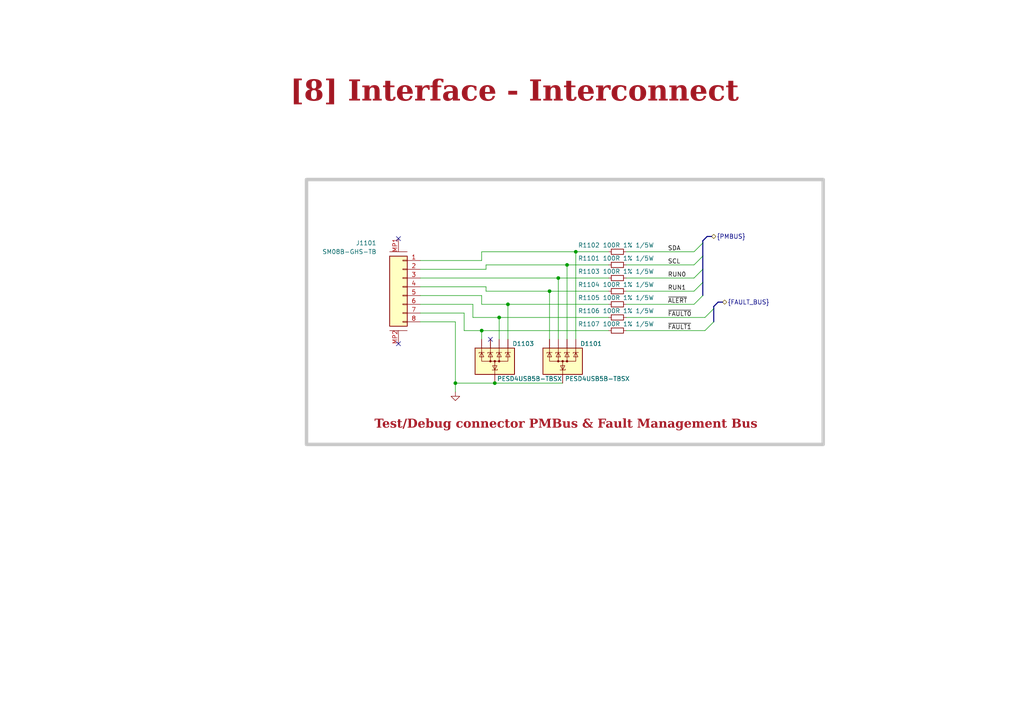
<source format=kicad_sch>
(kicad_sch (version 20230121) (generator eeschema)
  (paper "A4")
  (lib_symbols
    (symbol "0_connectors:Conn_01x08_Mounting" (pin_names (offset 1.016) hide)
      (property "Reference" "J" (at 2.54 11.43 0))
      (property "Value" "Conn_01x08_Mounting" (at 16.51 -8.89 0))
      (symbol "Conn_01x08_Mounting_0_1"
        (polyline (pts (xy -1.27 -12.7) (xy 3.81 -12.7)))
        (polyline (pts (xy -1.27 10.16) (xy 3.81 10.16)))
      )
      (symbol "Conn_01x08_Mounting_1_1"
        (rectangle (start -1.27 -10.033) (end 0 -10.287) (stroke (width 0.1524)))
        (rectangle (start -1.27 -7.493) (end 0 -7.747) (stroke (width 0.1524)))
        (rectangle (start -1.27 -4.953) (end 0 -5.207) (stroke (width 0.1524)))
        (rectangle (start -1.27 -2.413) (end 0 -2.667) (stroke (width 0.1524)))
        (rectangle (start -1.27 0.127) (end 0 -0.127) (stroke (width 0.1524)))
        (rectangle (start -1.27 2.667) (end 0 2.413) (stroke (width 0.1524)))
        (rectangle (start -1.27 5.207) (end 0 4.953) (stroke (width 0.1524)))
        (rectangle (start -1.27 7.747) (end 0 7.493) (stroke (width 0.1524)))
        (rectangle (start -1.27 8.89) (end 3.81 -11.43) (stroke (width 0.254)) (fill (type background)))
        (pin passive line (at -5.08 7.62 0) (length 3.81) (name "Pin_1") (number "1"))
        (pin passive line (at -5.08 5.08 0) (length 3.81) (name "Pin_2") (number "2"))
        (pin passive line (at -5.08 2.54 0) (length 3.81) (name "Pin_3") (number "3"))
        (pin passive line (at -5.08 0 0) (length 3.81) (name "Pin_4") (number "4"))
        (pin passive line (at -5.08 -2.54 0) (length 3.81) (name "Pin_5") (number "5"))
        (pin passive line (at -5.08 -5.08 0) (length 3.81) (name "Pin_6") (number "6"))
        (pin passive line (at -5.08 -7.62 0) (length 3.81) (name "Pin_7") (number "7"))
        (pin passive line (at -5.08 -10.16 0) (length 3.81) (name "Pin_8") (number "8"))
        (pin passive line (at 1.27 13.97 270) (length 3.81) (name "MP1") (number "MP1"))
        (pin passive line (at 1.27 -16.51 90) (length 3.81) (name "MP2") (number "MP2"))
      )
    )
    (symbol "0_power_protection:PESD4USB5B-TBSX" (pin_numbers hide) (pin_names hide)
      (property "Reference" "D" (at 6.35 1.27 0))
      (property "Value" "PESD4USB5B-TBSX" (at 6.35 -1.27 0))
      (symbol "PESD4USB5B-TBSX_0_1"
        (rectangle (start -5.715 2.54) (end 5.715 -5.08) (stroke (width 0.254)) (fill (type background)))
        (circle (center -1.27 -1.27) (radius 0.254) (fill (type outline)))
        (circle (center 0 -1.27) (radius 0.254) (fill (type outline)))
        (polyline (pts (xy -3.81 2.54) (xy -3.81 1.27)))
        (polyline (pts (xy -1.27 -1.27) (xy -1.27 1.27)))
        (polyline (pts (xy -1.27 2.54) (xy -1.27 1.27)))
        (polyline (pts (xy 0 -5.08) (xy 0 -3.81)))
        (polyline (pts (xy 0 -1.27) (xy 0 -3.81)))
        (polyline (pts (xy 1.27 2.54) (xy 1.27 1.27)))
        (polyline (pts (xy 3.81 2.54) (xy 3.81 1.27)))
        (polyline (pts (xy -4.572 1.016) (xy -4.572 1.27) (xy -3.048 1.27)))
        (polyline (pts (xy -0.508 1.27) (xy -2.032 1.27) (xy -2.032 1.016)))
        (polyline (pts (xy 3.81 1.27) (xy 3.81 -1.27) (xy 1.27 -1.27)))
        (polyline (pts (xy -3.81 1.27) (xy -3.81 -1.27) (xy 1.27 -1.27) (xy 1.27 1.27)))
        (polyline (pts (xy -3.81 1.27) (xy -3.175 0) (xy -4.445 0) (xy -3.81 1.27)))
        (polyline (pts (xy -0.635 0) (xy -1.905 0) (xy -1.27 1.27) (xy -0.635 0)))
        (polyline (pts (xy 0 -3.81) (xy 0.635 -2.54) (xy -0.635 -2.54) (xy 0 -3.81)))
        (polyline (pts (xy 0.508 1.016) (xy 0.508 1.27) (xy 1.905 1.27) (xy 2.032 1.27)))
        (polyline (pts (xy 0.762 -3.556) (xy 0.762 -3.81) (xy -0.635 -3.81) (xy -0.762 -3.81)))
        (polyline (pts (xy 1.27 1.27) (xy 0.635 0) (xy 1.905 0) (xy 1.27 1.27)))
        (polyline (pts (xy 3.048 1.016) (xy 3.048 1.27) (xy 4.445 1.27) (xy 4.572 1.27)))
        (polyline (pts (xy 3.81 1.27) (xy 3.175 0) (xy 4.445 0) (xy 3.81 1.27)))
        (circle (center 1.27 -1.27) (radius 0.254) (fill (type outline)))
      )
      (symbol "PESD4USB5B-TBSX_1_0"
        (pin passive line (at 0 -7.62 90) (length 2.54) (name "A") (number "3"))
        (pin passive line (at 0 -7.62 90) (length 2.54) hide (name "A") (number "8"))
      )
      (symbol "PESD4USB5B-TBSX_1_1"
        (pin passive line (at -3.81 5.08 270) (length 2.54) (name "K") (number "1"))
        (pin passive line (at -3.81 5.08 270) (length 2.54) hide (name "K") (number "10"))
        (pin passive line (at -1.27 5.08 270) (length 2.54) (name "K") (number "2"))
        (pin passive line (at 1.27 5.08 270) (length 2.54) (name "K") (number "4"))
        (pin passive line (at 3.81 5.08 270) (length 2.54) (name "K") (number "5"))
        (pin passive line (at 3.81 5.08 270) (length 2.54) hide (name "K") (number "6"))
        (pin passive line (at 1.27 5.08 270) (length 2.54) hide (name "K") (number "7"))
        (pin passive line (at -1.27 5.08 270) (length 2.54) hide (name "K") (number "9"))
      )
    )
    (symbol "Device:R_Small" (pin_numbers hide) (pin_names (offset 0.254) hide)
      (property "Reference" "R" (at 0.762 0.508 0))
      (property "Value" "R_Small" (at 0.762 -1.016 0))
      (symbol "R_Small_0_1"
        (rectangle (start -0.762 1.778) (end 0.762 -1.778) (stroke (width 0.2032)))
      )
      (symbol "R_Small_1_1"
        (pin passive line (at 0 2.54 270) (length 0.762) (name "~") (number "1"))
        (pin passive line (at 0 -2.54 90) (length 0.762) (name "~") (number "2"))
      )
    )
    (symbol "power:GND" (power) (pin_names (offset 0))
      (property "Value" "GND" (at 0 -3.81 0))
      (symbol "GND_0_1"
        (polyline (pts (xy 0 0) (xy 0 -1.27) (xy 1.27 -1.27) (xy 0 -2.54) (xy -1.27 -1.27) (xy 0 -1.27)))
      )
      (symbol "GND_1_1"
        (pin power_in line (at 0 0 270) (length 0) hide (name "GND") (number "1"))
      )
    )
  )
  (junction (at 164.465 76.835))
  (junction (at 159.385 84.455))
  (junction (at 139.7 95.885))
  (junction (at 143.51 111.125))
  (junction (at 147.32 88.265))
  (junction (at 161.925 80.645))
  (junction (at 144.78 92.075))
  (junction (at 132.08 111.125))
  (junction (at 167.005 73.025))
  (no_connect (at 142.24 98.425))
  (no_connect (at 115.57 99.695))
  (no_connect (at 115.57 69.215))
  (bus_entry (at 207.01 93.345) (size -2.54 2.54))
  (bus_entry (at 203.835 85.725) (size -2.54 2.54))
  (bus_entry (at 203.835 81.915) (size -2.54 2.54))
  (bus_entry (at 203.835 70.485) (size -2.54 2.54))
  (bus_entry (at 203.835 78.105) (size -2.54 2.54))
  (bus_entry (at 203.835 74.295) (size -2.54 2.54))
  (bus_entry (at 207.01 89.535) (size -2.54 2.54))
  (wire (pts (xy 132.08 111.125) (xy 143.51 111.125)))
  (wire (pts (xy 139.7 88.265) (xy 147.32 88.265)))
  (wire (pts (xy 140.97 76.835) (xy 164.465 76.835)))
  (wire (pts (xy 134.62 95.885) (xy 139.7 95.885)))
  (wire (pts (xy 137.16 88.265) (xy 137.16 92.075)))
  (wire (pts (xy 139.7 73.025) (xy 139.7 75.565)))
  (wire (pts (xy 161.925 80.645) (xy 161.925 98.425)))
  (wire (pts (xy 139.7 95.885) (xy 139.7 98.425)))
  (wire (pts (xy 139.7 85.725) (xy 139.7 88.265)))
  (wire (pts (xy 140.97 76.835) (xy 140.97 78.105)))
  (wire (pts (xy 121.92 83.185) (xy 140.97 83.185)))
  (wire (pts (xy 121.92 88.265) (xy 137.16 88.265)))
  (wire (pts (xy 132.08 111.125) (xy 132.08 93.345)))
  (bus (pts (xy 207.01 89.535) (xy 207.01 93.345)))
  (wire (pts (xy 139.7 73.025) (xy 167.005 73.025)))
  (bus (pts (xy 203.835 78.105) (xy 203.835 81.915)))
  (wire (pts (xy 159.385 84.455) (xy 159.385 98.425)))
  (wire (pts (xy 139.7 95.885) (xy 176.53 95.885)))
  (bus (pts (xy 208.28 87.63) (xy 207.01 88.9)))
  (wire (pts (xy 181.61 76.835) (xy 201.295 76.835)))
  (wire (pts (xy 167.005 73.025) (xy 167.005 98.425)))
  (bus (pts (xy 203.835 69.85) (xy 203.835 70.485)))
  (wire (pts (xy 121.92 90.805) (xy 134.62 90.805)))
  (wire (pts (xy 140.97 78.105) (xy 121.92 78.105)))
  (wire (pts (xy 164.465 76.835) (xy 176.53 76.835)))
  (bus (pts (xy 206.375 68.58) (xy 205.105 68.58)))
  (wire (pts (xy 181.61 84.455) (xy 201.295 84.455)))
  (wire (pts (xy 121.92 85.725) (xy 139.7 85.725)))
  (wire (pts (xy 161.925 80.645) (xy 176.53 80.645)))
  (wire (pts (xy 140.97 84.455) (xy 159.385 84.455)))
  (bus (pts (xy 205.105 68.58) (xy 203.835 69.85)))
  (wire (pts (xy 121.92 80.645) (xy 161.925 80.645)))
  (bus (pts (xy 207.01 88.9) (xy 207.01 89.535)))
  (wire (pts (xy 181.61 80.645) (xy 201.295 80.645)))
  (wire (pts (xy 132.08 113.665) (xy 132.08 111.125)))
  (wire (pts (xy 134.62 90.805) (xy 134.62 95.885)))
  (wire (pts (xy 181.61 88.265) (xy 201.295 88.265)))
  (polyline (pts (xy -64.135 22.225) (xy -61.595 23.495)) (stroke (width 0) (type dot) (color 255 0 0 1)))
  (bus (pts (xy 209.55 87.63) (xy 208.28 87.63)))
  (wire (pts (xy 144.78 92.075) (xy 144.78 98.425)))
  (wire (pts (xy 137.16 92.075) (xy 144.78 92.075)))
  (wire (pts (xy 147.32 88.265) (xy 147.32 98.425)))
  (wire (pts (xy 164.465 98.425) (xy 164.465 76.835)))
  (bus (pts (xy 203.835 70.485) (xy 203.835 74.295)))
  (wire (pts (xy 167.005 73.025) (xy 176.53 73.025)))
  (wire (pts (xy 181.61 92.075) (xy 204.47 92.075)))
  (wire (pts (xy 159.385 84.455) (xy 176.53 84.455)))
  (wire (pts (xy 181.61 95.885) (xy 204.47 95.885)))
  (wire (pts (xy 147.32 88.265) (xy 176.53 88.265)))
  (wire (pts (xy 181.61 73.025) (xy 201.295 73.025)))
  (wire (pts (xy 140.97 84.455) (xy 140.97 83.185)))
  (bus (pts (xy 203.835 81.915) (xy 203.835 85.725)))
  (wire (pts (xy 144.78 92.075) (xy 176.53 92.075)))
  (bus (pts (xy 203.835 74.295) (xy 203.835 78.105)))
  (wire (pts (xy 143.51 111.125) (xy 163.195 111.125)))
  (wire (pts (xy 132.08 93.345) (xy 121.92 93.345)))
  (wire (pts (xy 121.92 75.565) (xy 139.7 75.565)))
  (rectangle (start 88.9 52.07) (end 238.76 128.905) (stroke (width 1) (color 200 200 200 1)))
  (text_box "Test/Debug connector PMBus & Fault Management Bus" (at 89.535 117.475 0) (size 149.225 8.89) (stroke (width -0.0001)) (effects (font (size 2.54 2.54) (thickness 0.508) bold) (justify bottom)))
  (text_box "[8] Interface - Interconnect" (at 12.7 20.32 0) (size 273.05 12.7) (stroke (width -0.0001)) (effects (font (size 6 6) (thickness 1.2) bold)))
  (label "~{ALERT}" (at 193.675 88.265 0))
  (label "~{FAULT0}" (at 193.675 92.075 0))
  (label "RUN0" (at 193.675 80.645 0))
  (label "SDA" (at 193.675 73.025 0))
  (label "~{FAULT1}" (at 193.675 95.885 0))
  (label "RUN1" (at 193.675 84.455 0))
  (label "SCL" (at 193.675 76.835 0))
  (hierarchical_label "{FAULT_BUS}" (shape bidirectional) (at 209.55 87.63 0))
  (hierarchical_label "{PMBUS}" (shape bidirectional) (at 206.375 68.58 0))
  (symbol (lib_id "Device:R_Small") (at 179.07 95.885 90) (unit 1)
    (property "Reference" "R39" (at 170.815 93.98 90))
    (property "Value" "100R 1% 1/5W" (at 182.245 93.98 90))
    (property "Footprint" "0_resistor_smd:R_0402_1005_DensityHigh" (effects hide))
    (property "Datasheet" "https://www.vishay.com/docs/20065/rcse3.pdf" (effects hide))
    (property "Description" "100 Ohms ±1% 0.2W, 1/5W Chip Resistor 0402 (1005 Metric) Automotive AEC-Q200, Pulse Withstanding Thick Film" (effects hide))
    (property "Manufacturer" "Vishay" (effects hide))
    (property "Manufacturer Part Number" "RCS0402100RFKED" (effects hide))
    (property "Supplier 1" "Digikey" (effects hide))
    (property "Supplier Part Number 1" "541-2886-1-ND" (effects hide))
    (instances (project "SMPS_legged_robot_module" (path "" (reference "R1107") (unit 1))))
  )
  (symbol (lib_id "0_power_protection:PESD4USB5B-TBSX") (at 143.51 103.505 0) (unit 1)
    (property "Reference" "D16" (at 148.59 99.695 0) (effects (justify left)))
    (property "Value" "PESD4USB5B-TBSX" (at 144.145 109.855 0) (effects (justify left)))
    (property "Footprint" "0_package_DFN_QFN:SOT1176D" (effects hide))
    (property "Datasheet" "https://assets.nexperia.com/documents/data-sheet/PESD4USB5B-TBS.pdf" (effects hide))
    (property "Description" "5.5V (Typ) Clamp 7A (8/20µs) Ipp Tvs Diode Surface Mount, Wettable Flank DFN2510D-10" (effects hide))
    (property "Manufacturer" "Nexperia USA Inc." (effects hide))
    (property "Manufacturer Part Number" "PESD4USB5B-TBSX" (effects hide))
    (property "Supplier 1" "Digikey" (effects hide))
    (property "Supplier Part Number 1" "1727-PESD4USB5B-TBSXCT-ND" (effects hide))
    (instances (project "SMPS_legged_robot_module" (path "" (reference "D1103") (unit 1))))
  )
  (symbol (lib_id "power:GND") (at 132.08 113.665 0) (unit 1)
    (property "Reference" "#PWR070" (effects hide))
    (property "Value" "GND" (effects hide))
    (instances (project "SMPS_legged_robot_module" (path "" (reference "#PWR01106") (unit 1))))
  )
  (symbol (lib_id "Device:R_Small") (at 179.07 84.455 90) (unit 1)
    (property "Reference" "R36" (at 170.815 82.55 90))
    (property "Value" "100R 1% 1/5W" (at 182.245 82.55 90))
    (property "Footprint" "0_resistor_smd:R_0402_1005_DensityHigh" (effects hide))
    (property "Datasheet" "https://www.vishay.com/docs/20065/rcse3.pdf" (effects hide))
    (property "Description" "100 Ohms ±1% 0.2W, 1/5W Chip Resistor 0402 (1005 Metric) Automotive AEC-Q200, Pulse Withstanding Thick Film" (effects hide))
    (property "Manufacturer" "Vishay" (effects hide))
    (property "Manufacturer Part Number" "RCS0402100RFKED" (effects hide))
    (property "Supplier 1" "Digikey" (effects hide))
    (property "Supplier Part Number 1" "541-2886-1-ND" (effects hide))
    (instances (project "SMPS_legged_robot_module" (path "" (reference "R1104") (unit 1))))
  )
  (symbol (lib_id "Device:R_Small") (at 179.07 92.075 90) (unit 1)
    (property "Reference" "R38" (at 170.815 90.17 90))
    (property "Value" "100R 1% 1/5W" (at 182.245 90.17 90))
    (property "Footprint" "0_resistor_smd:R_0402_1005_DensityHigh" (effects hide))
    (property "Datasheet" "https://www.vishay.com/docs/20065/rcse3.pdf" (effects hide))
    (property "Description" "100 Ohms ±1% 0.2W, 1/5W Chip Resistor 0402 (1005 Metric) Automotive AEC-Q200, Pulse Withstanding Thick Film" (effects hide))
    (property "Manufacturer" "Vishay" (effects hide))
    (property "Manufacturer Part Number" "RCS0402100RFKED" (effects hide))
    (property "Supplier 1" "Digikey" (effects hide))
    (property "Supplier Part Number 1" "541-2886-1-ND" (effects hide))
    (instances (project "SMPS_legged_robot_module" (path "" (reference "R1106") (unit 1))))
  )
  (symbol (lib_id "Device:R_Small") (at 179.07 88.265 90) (unit 1)
    (property "Reference" "R37" (at 170.815 86.36 90))
    (property "Value" "100R 1% 1/5W" (at 182.245 86.36 90))
    (property "Footprint" "0_resistor_smd:R_0402_1005_DensityHigh" (effects hide))
    (property "Datasheet" "https://www.vishay.com/docs/20065/rcse3.pdf" (effects hide))
    (property "Description" "100 Ohms ±1% 0.2W, 1/5W Chip Resistor 0402 (1005 Metric) Automotive AEC-Q200, Pulse Withstanding Thick Film" (effects hide))
    (property "Manufacturer" "Vishay" (effects hide))
    (property "Manufacturer Part Number" "RCS0402100RFKED" (effects hide))
    (property "Supplier 1" "Digikey" (effects hide))
    (property "Supplier Part Number 1" "541-2886-1-ND" (effects hide))
    (instances (project "SMPS_legged_robot_module" (path "" (reference "R1105") (unit 1))))
  )
  (symbol (lib_id "0_connectors:Conn_01x08_Mounting") (at 116.84 83.185 0) (mirror y) (unit 1)
    (property "Reference" "J6" (at 109.22 70.485 0) (effects (justify left)))
    (property "Value" "SM08B-GHS-TB" (at 109.22 73.025 0) (effects (justify left)))
    (property "Footprint" "0_connectors:JST_GH_SM08B-GHS-TB_1x08-1MP_P1.25mm_Horizontal" (effects hide))
    (property "Datasheet" "https://www.jst-mfg.com/product/pdf/eng/eGH.pdf" (effects hide))
    (property "Description" "Connector Header Surface Mount, Right Angle 8 position 0.049\" (1.25mm)" (effects hide))
    (property "Manufacturer" "JST Sales America Inc." (effects hide))
    (property "Manufacturer Part Number" "SM08B-GHS-TB" (effects hide))
    (property "Supplier 1" "Digikey" (effects hide))
    (property "Supplier Part Number 1" "455-1570-1-ND" (effects hide))
    (instances (project "SMPS_legged_robot_module" (path "" (reference "J1101") (unit 1))))
  )
  (symbol (lib_id "Device:R_Small") (at 179.07 76.835 90) (unit 1)
    (property "Reference" "R35" (at 170.815 74.93 90))
    (property "Value" "100R 1% 1/5W" (at 182.245 74.93 90))
    (property "Footprint" "0_resistor_smd:R_0402_1005_DensityHigh" (effects hide))
    (property "Datasheet" "https://www.vishay.com/docs/20065/rcse3.pdf" (effects hide))
    (property "Description" "100 Ohms ±1% 0.2W, 1/5W Chip Resistor 0402 (1005 Metric) Automotive AEC-Q200, Pulse Withstanding Thick Film" (effects hide))
    (property "Manufacturer" "Vishay" (effects hide))
    (property "Manufacturer Part Number" "RCS0402100RFKED" (effects hide))
    (property "Supplier 1" "Digikey" (effects hide))
    (property "Supplier Part Number 1" "541-2886-1-ND" (effects hide))
    (instances (project "SMPS_legged_robot_module" (path "" (reference "R1101") (unit 1))))
  )
  (symbol (lib_id "Device:R_Small") (at 179.07 73.025 90) (unit 1)
    (property "Reference" "R35" (at 170.815 71.12 90))
    (property "Value" "100R 1% 1/5W" (at 182.245 71.12 90))
    (property "Footprint" "0_resistor_smd:R_0402_1005_DensityHigh" (effects hide))
    (property "Datasheet" "https://www.vishay.com/docs/20065/rcse3.pdf" (effects hide))
    (property "Description" "100 Ohms ±1% 0.2W, 1/5W Chip Resistor 0402 (1005 Metric) Automotive AEC-Q200, Pulse Withstanding Thick Film" (effects hide))
    (property "Manufacturer" "Vishay" (effects hide))
    (property "Manufacturer Part Number" "RCS0402100RFKED" (effects hide))
    (property "Supplier 1" "Digikey" (effects hide))
    (property "Supplier Part Number 1" "541-2886-1-ND" (effects hide))
    (instances (project "SMPS_legged_robot_module" (path "" (reference "R1102") (unit 1))))
  )
  (symbol (lib_id "0_power_protection:PESD4USB5B-TBSX") (at 163.195 103.505 0) (unit 1)
    (property "Reference" "D16" (at 168.275 99.695 0) (effects (justify left)))
    (property "Value" "PESD4USB5B-TBSX" (at 163.83 109.855 0) (effects (justify left)))
    (property "Footprint" "0_package_DFN_QFN:SOT1176D" (effects hide))
    (property "Datasheet" "https://assets.nexperia.com/documents/data-sheet/PESD4USB5B-TBS.pdf" (effects hide))
    (property "Description" "5.5V (Typ) Clamp 7A (8/20µs) Ipp Tvs Diode Surface Mount, Wettable Flank DFN2510D-10" (effects hide))
    (property "Manufacturer" "Nexperia USA Inc." (effects hide))
    (property "Manufacturer Part Number" "PESD4USB5B-TBSX" (effects hide))
    (property "Supplier 1" "Digikey" (effects hide))
    (property "Supplier Part Number 1" "1727-PESD4USB5B-TBSXCT-ND" (effects hide))
    (instances (project "SMPS_legged_robot_module" (path "" (reference "D1101") (unit 1))))
  )
  (symbol (lib_id "Device:R_Small") (at 179.07 80.645 90) (unit 1)
    (property "Reference" "R35" (at 170.815 78.74 90))
    (property "Value" "100R 1% 1/5W" (at 182.245 78.74 90))
    (property "Footprint" "0_resistor_smd:R_0402_1005_DensityHigh" (effects hide))
    (property "Datasheet" "https://www.vishay.com/docs/20065/rcse3.pdf" (effects hide))
    (property "Description" "100 Ohms ±1% 0.2W, 1/5W Chip Resistor 0402 (1005 Metric) Automotive AEC-Q200, Pulse Withstanding Thick Film" (effects hide))
    (property "Manufacturer" "Vishay" (effects hide))
    (property "Manufacturer Part Number" "RCS0402100RFKED" (effects hide))
    (property "Supplier 1" "Digikey" (effects hide))
    (property "Supplier Part Number 1" "541-2886-1-ND" (effects hide))
    (instances (project "SMPS_legged_robot_module" (path "" (reference "R1103") (unit 1))))
  )
)
</source>
